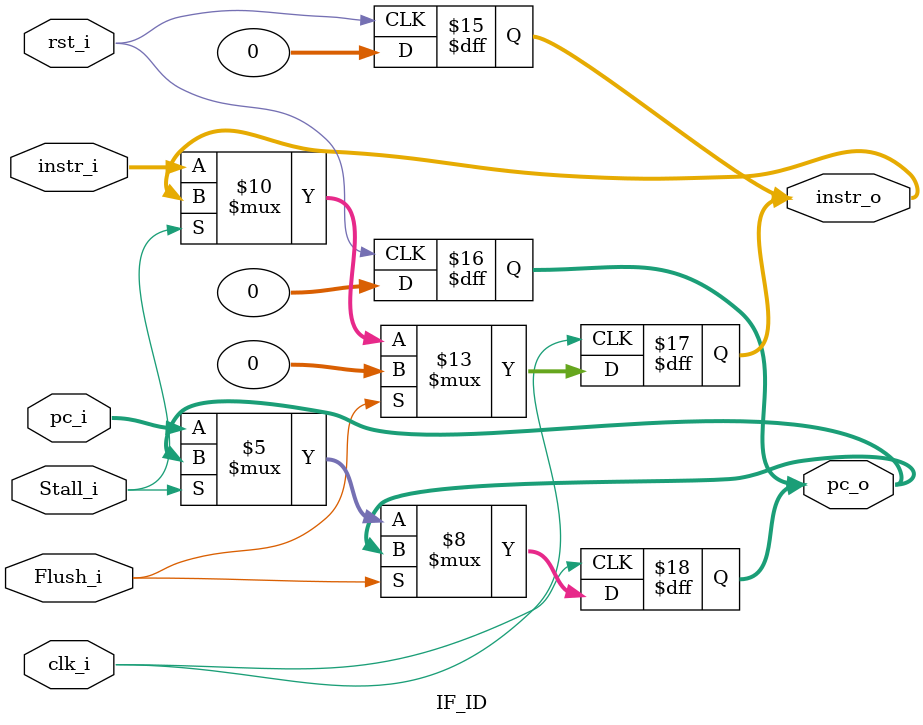
<source format=v>
module IF_ID
(
    clk_i,
    rst_i,
    Stall_i,
    Flush_i,
    pc_i,
    instr_i,
    instr_o,
    pc_o,
);


input             clk_i, Stall_i, Flush_i, rst_i;
input      [31:0] instr_i, pc_i;
output reg [31:0] instr_o = 32'b0, pc_o;
// Flush: flush on next clock
// Stall: flush immidiately

always @ (posedge clk_i) begin
    if (Flush_i)
        instr_o <= 32'b0;
    else if (!Stall_i) begin
        pc_o <= pc_i;
        instr_o <= instr_i;
    end
end

always @ (posedge rst_i) begin
    instr_o <= 32'b0;
    pc_o <= 32'b0;
end

endmodule
</source>
